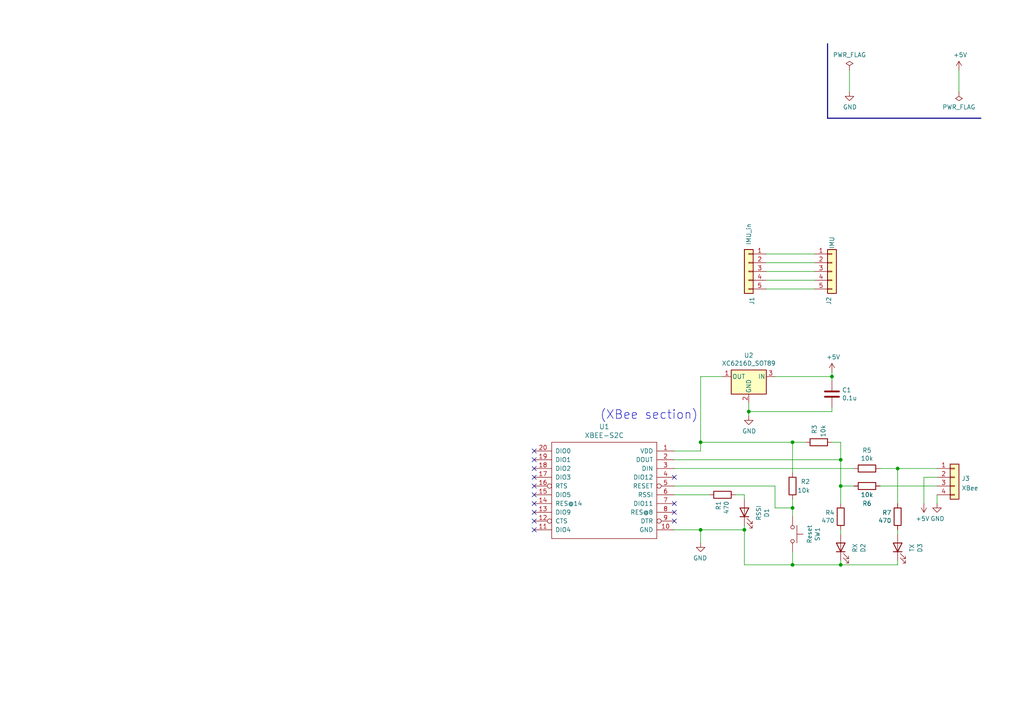
<source format=kicad_sch>
(kicad_sch (version 20211123) (generator eeschema)
  (paper "A4")
  (title_block (title "control board") (date "2021-11-06") (rev "V1.0") (company "Saeki.A"))
  (lib_symbols
    (symbol "0.main.mega:C" (pin_numbers hide) (pin_names (offset 0.254))
      (property "Reference" "C" (at 0.635 2.54 0))
      (property "Value" "0.main.mega_C" (at 0.635 -2.54 0))
      (symbol "C_0_1"
        (polyline (pts (xy -2.032 -0.762) (xy 2.032 -0.762)) (stroke (width 0.508)))
        (polyline (pts (xy -2.032 0.762) (xy 2.032 0.762)) (stroke (width 0.508)))
      )
      (symbol "C_1_1"
        (pin passive line (at 0 3.81 270) (length 2.794) (name "~") (number "1"))
        (pin passive line (at 0 -3.81 90) (length 2.794) (name "~") (number "2"))
      )
    )
    (symbol "0.main.robot.library:XBEE-S2C" (pin_names (offset 1.016))
      (property "Value" "0.main.robot.library_XBEE-S2C" (at -15.24 -17.78 0))
      (symbol "XBEE-S2C_1_0"
        (polyline (pts (xy -15.24 -15.24) (xy -15.24 12.7)))
        (polyline (pts (xy -15.24 12.7) (xy 15.24 12.7)))
        (polyline (pts (xy 15.24 -15.24) (xy -15.24 -15.24)))
        (polyline (pts (xy 15.24 12.7) (xy 15.24 -15.24)))
        (pin power_in line (at -20.32 10.16 0) (length 5.08) (name "VDD") (number "1"))
        (pin power_in line (at -20.32 -12.7 0) (length 5.08) (name "GND") (number "10"))
        (pin bidirectional line (at 20.32 -12.7 180) (length 5.08) (name "DIO4") (number "11"))
        (pin output inverted (at 20.32 -10.16 180) (length 5.08) (name "CTS") (number "12"))
        (pin bidirectional line (at 20.32 -7.62 180) (length 5.08) (name "DIO9") (number "13"))
        (pin bidirectional line (at 20.32 -5.08 180) (length 5.08) (name "RES@14") (number "14"))
        (pin bidirectional line (at 20.32 -2.54 180) (length 5.08) (name "DIO5") (number "15"))
        (pin input inverted (at 20.32 0 180) (length 5.08) (name "RTS") (number "16"))
        (pin bidirectional line (at 20.32 2.54 180) (length 5.08) (name "DIO3") (number "17"))
        (pin bidirectional line (at 20.32 5.08 180) (length 5.08) (name "DIO2") (number "18"))
        (pin bidirectional line (at 20.32 7.62 180) (length 5.08) (name "DIO1") (number "19"))
        (pin output line (at -20.32 7.62 0) (length 5.08) (name "DOUT") (number "2"))
        (pin bidirectional line (at 20.32 10.16 180) (length 5.08) (name "DIO0") (number "20"))
        (pin input line (at -20.32 5.08 0) (length 5.08) (name "DIN") (number "3"))
        (pin bidirectional line (at -20.32 2.54 0) (length 5.08) (name "DIO12") (number "4"))
        (pin input inverted (at -20.32 0 0) (length 5.08) (name "RESET") (number "5"))
        (pin bidirectional line (at -20.32 -2.54 0) (length 5.08) (name "RSSI") (number "6"))
        (pin bidirectional line (at -20.32 -5.08 0) (length 5.08) (name "DIO11") (number "7"))
        (pin bidirectional line (at -20.32 -7.62 0) (length 5.08) (name "RES@8") (number "8"))
        (pin bidirectional inverted (at -20.32 -10.16 0) (length 5.08) (name "DTR") (number "9"))
      )
    )
    (symbol "Connector_Generic:Conn_01x04" (pin_names (offset 1.016) hide)
      (property "Reference" "J" (at 0 5.08 0))
      (property "Value" "Conn_01x04" (at 0 -7.62 0))
      (symbol "Conn_01x04_1_1"
        (rectangle (start -1.27 -4.953) (end 0 -5.207) (stroke (width 0.1524)))
        (rectangle (start -1.27 -2.413) (end 0 -2.667) (stroke (width 0.1524)))
        (rectangle (start -1.27 0.127) (end 0 -0.127) (stroke (width 0.1524)))
        (rectangle (start -1.27 2.667) (end 0 2.413) (stroke (width 0.1524)))
        (rectangle (start -1.27 3.81) (end 1.27 -6.35) (stroke (width 0.254)) (fill (type background)))
        (pin passive line (at -5.08 2.54 0) (length 3.81) (name "Pin_1") (number "1"))
        (pin passive line (at -5.08 0 0) (length 3.81) (name "Pin_2") (number "2"))
        (pin passive line (at -5.08 -2.54 0) (length 3.81) (name "Pin_3") (number "3"))
        (pin passive line (at -5.08 -5.08 0) (length 3.81) (name "Pin_4") (number "4"))
      )
    )
    (symbol "Connector_Generic:Conn_01x05" (pin_names (offset 1.016) hide)
      (property "Reference" "J" (at 0 7.62 0))
      (property "Value" "Conn_01x05" (at 0 -7.62 0))
      (symbol "Conn_01x05_1_1"
        (rectangle (start -1.27 -4.953) (end 0 -5.207) (stroke (width 0.1524)))
        (rectangle (start -1.27 -2.413) (end 0 -2.667) (stroke (width 0.1524)))
        (rectangle (start -1.27 0.127) (end 0 -0.127) (stroke (width 0.1524)))
        (rectangle (start -1.27 2.667) (end 0 2.413) (stroke (width 0.1524)))
        (rectangle (start -1.27 5.207) (end 0 4.953) (stroke (width 0.1524)))
        (rectangle (start -1.27 6.35) (end 1.27 -6.35) (stroke (width 0.254)) (fill (type background)))
        (pin passive line (at -5.08 5.08 0) (length 3.81) (name "Pin_1") (number "1"))
        (pin passive line (at -5.08 2.54 0) (length 3.81) (name "Pin_2") (number "2"))
        (pin passive line (at -5.08 0 0) (length 3.81) (name "Pin_3") (number "3"))
        (pin passive line (at -5.08 -2.54 0) (length 3.81) (name "Pin_4") (number "4"))
        (pin passive line (at -5.08 -5.08 0) (length 3.81) (name "Pin_5") (number "5"))
      )
    )
    (symbol "Device:LED" (pin_numbers hide) (pin_names (offset 1.016) hide)
      (property "Reference" "D" (at 0 2.54 0))
      (property "Value" "LED" (at 0 -2.54 0))
      (symbol "LED_0_1"
        (polyline (pts (xy -1.27 -1.27) (xy -1.27 1.27)) (stroke (width 0.254)))
        (polyline (pts (xy -1.27 0) (xy 1.27 0)))
        (polyline (pts (xy 1.27 -1.27) (xy 1.27 1.27) (xy -1.27 0) (xy 1.27 -1.27)) (stroke (width 0.254)))
        (polyline (pts (xy -3.048 -0.762) (xy -4.572 -2.286) (xy -3.81 -2.286) (xy -4.572 -2.286) (xy -4.572 -1.524)))
        (polyline (pts (xy -1.778 -0.762) (xy -3.302 -2.286) (xy -2.54 -2.286) (xy -3.302 -2.286) (xy -3.302 -1.524)))
      )
      (symbol "LED_1_1"
        (pin passive line (at -3.81 0 0) (length 2.54) (name "K") (number "1"))
        (pin passive line (at 3.81 0 180) (length 2.54) (name "A") (number "2"))
      )
    )
    (symbol "Device:R" (pin_numbers hide) (pin_names (offset 0))
      (property "Reference" "R" (at 2.032 0 90))
      (property "Value" "R" (at 0 0 90))
      (symbol "R_0_1"
        (rectangle (start -1.016 -2.54) (end 1.016 2.54) (stroke (width 0.254)))
      )
      (symbol "R_1_1"
        (pin passive line (at 0 3.81 270) (length 1.27) (name "~") (number "1"))
        (pin passive line (at 0 -3.81 90) (length 1.27) (name "~") (number "2"))
      )
    )
    (symbol "Regulator_Linear:XC6216D_SOT89" (pin_names (offset 0.254))
      (property "Reference" "U" (at -3.81 3.175 0))
      (property "Value" "Regulator_Linear_XC6216D_SOT89" (at -0.635 3.175 0))
      (symbol "XC6216D_SOT89_0_1"
        (rectangle (start -5.08 1.905) (end 5.08 -5.08) (stroke (width 0.254)) (fill (type background)))
      )
      (symbol "XC6216D_SOT89_1_1"
        (pin power_out line (at 7.62 0 180) (length 2.54) (name "OUT") (number "1"))
        (pin power_in line (at 0 -7.62 90) (length 2.54) (name "GND") (number "2"))
        (pin power_in line (at -7.62 0 0) (length 2.54) (name "IN") (number "3"))
      )
    )
    (symbol "Switch:SW_Push" (pin_numbers hide) (pin_names (offset 1.016) hide)
      (property "Reference" "SW" (at 1.27 2.54 0))
      (property "Value" "SW_Push" (at 0 -1.524 0))
      (symbol "SW_Push_0_1"
        (circle (center -2.032 0) (radius 0.508))
        (polyline (pts (xy 0 1.27) (xy 0 3.048)))
        (polyline (pts (xy 2.54 1.27) (xy -2.54 1.27)))
        (circle (center 2.032 0) (radius 0.508))
        (pin passive line (at -5.08 0 0) (length 2.54) (name "1") (number "1"))
        (pin passive line (at 5.08 0 180) (length 2.54) (name "2") (number "2"))
      )
    )
    (symbol "power:+5V" (power) (pin_names (offset 0))
      (property "Value" "+5V" (at 0 3.556 0))
      (symbol "+5V_0_1"
        (polyline (pts (xy -0.762 1.27) (xy 0 2.54)))
        (polyline (pts (xy 0 0) (xy 0 2.54)))
        (polyline (pts (xy 0 2.54) (xy 0.762 1.27)))
      )
      (symbol "+5V_1_1"
        (pin power_in line (at 0 0 90) (length 0) hide (name "+5V") (number "1"))
      )
    )
    (symbol "power:GND" (power) (pin_names (offset 0))
      (property "Value" "GND" (at 0 -3.81 0))
      (symbol "GND_0_1"
        (polyline (pts (xy 0 0) (xy 0 -1.27) (xy 1.27 -1.27) (xy 0 -2.54) (xy -1.27 -1.27) (xy 0 -1.27)))
      )
      (symbol "GND_1_1"
        (pin power_in line (at 0 0 270) (length 0) hide (name "GND") (number "1"))
      )
    )
    (symbol "power:PWR_FLAG" (power) (pin_numbers hide) (pin_names (offset 0) hide)
      (property "Value" "PWR_FLAG" (at 0 3.81 0))
      (symbol "PWR_FLAG_0_0"
        (pin power_out line (at 0 0 90) (length 0) (name "pwr") (number "1"))
      )
      (symbol "PWR_FLAG_0_1"
        (polyline (pts (xy 0 0) (xy 0 1.27) (xy -1.016 1.905) (xy 0 2.54) (xy 1.016 1.905) (xy 0 1.27)))
      )
    )
  )
  (junction (at 260.35 135.89))
  (junction (at 243.84 163.83))
  (junction (at 229.87 163.83))
  (junction (at 243.84 140.97))
  (junction (at 241.3 109.22))
  (junction (at 203.2 128.27))
  (junction (at 203.2 153.67))
  (junction (at 217.17 119.38))
  (junction (at 215.9 153.67))
  (junction (at 229.87 128.27))
  (junction (at 229.87 147.32))
  (junction (at 243.84 133.35))
  (no_connect (at 154.94 130.81))
  (no_connect (at 154.94 133.35))
  (no_connect (at 154.94 135.89))
  (no_connect (at 154.94 138.43))
  (no_connect (at 154.94 140.97))
  (no_connect (at 154.94 143.51))
  (no_connect (at 154.94 146.05))
  (no_connect (at 154.94 148.59))
  (no_connect (at 154.94 151.13))
  (no_connect (at 154.94 153.67))
  (no_connect (at 195.58 151.13))
  (no_connect (at 195.58 148.59))
  (no_connect (at 195.58 146.05))
  (no_connect (at 195.58 138.43))
  (wire (pts (xy 243.84 162.56) (xy 243.84 163.83)))
  (wire (pts (xy 241.3 109.22) (xy 241.3 110.49)))
  (wire (pts (xy 203.2 128.27) (xy 203.2 130.81)))
  (wire (pts (xy 260.35 162.56) (xy 260.35 163.83)))
  (wire (pts (xy 241.3 128.27) (xy 243.84 128.27)))
  (wire (pts (xy 243.84 128.27) (xy 243.84 133.35)))
  (wire (pts (xy 233.68 128.27) (xy 229.87 128.27)))
  (wire (pts (xy 229.87 128.27) (xy 203.2 128.27)))
  (wire (pts (xy 271.78 146.05) (xy 271.78 143.51)))
  (wire (pts (xy 229.87 163.83) (xy 215.9 163.83)))
  (wire (pts (xy 229.87 160.02) (xy 229.87 163.83)))
  (bus (pts (xy 240.03 12.7) (xy 240.03 34.29)))
  (wire (pts (xy 260.35 135.89) (xy 260.35 146.05)))
  (wire (pts (xy 241.3 118.11) (xy 241.3 119.38)))
  (wire (pts (xy 222.25 81.28) (xy 236.22 81.28)))
  (wire (pts (xy 255.27 140.97) (xy 271.78 140.97)))
  (wire (pts (xy 224.79 109.22) (xy 241.3 109.22)))
  (wire (pts (xy 195.58 135.89) (xy 247.65 135.89)))
  (wire (pts (xy 215.9 153.67) (xy 203.2 153.67)))
  (wire (pts (xy 222.25 73.66) (xy 236.22 73.66)))
  (bus (pts (xy 240.03 34.29) (xy 284.48 34.29)))
  (wire (pts (xy 260.35 135.89) (xy 255.27 135.89)))
  (wire (pts (xy 203.2 109.22) (xy 203.2 128.27)))
  (wire (pts (xy 203.2 153.67) (xy 203.2 157.48)))
  (wire (pts (xy 217.17 119.38) (xy 217.17 120.65)))
  (wire (pts (xy 243.84 133.35) (xy 243.84 140.97)))
  (wire (pts (xy 241.3 109.22) (xy 241.3 107.95)))
  (wire (pts (xy 243.84 163.83) (xy 229.87 163.83)))
  (wire (pts (xy 195.58 140.97) (xy 224.79 140.97)))
  (wire (pts (xy 243.84 153.67) (xy 243.84 154.94)))
  (wire (pts (xy 229.87 147.32) (xy 229.87 149.86)))
  (wire (pts (xy 260.35 135.89) (xy 271.78 135.89)))
  (wire (pts (xy 215.9 163.83) (xy 215.9 153.67)))
  (wire (pts (xy 246.38 20.32) (xy 246.38 26.67)))
  (wire (pts (xy 195.58 143.51) (xy 205.74 143.51)))
  (wire (pts (xy 213.36 143.51) (xy 215.9 143.51)))
  (wire (pts (xy 209.55 109.22) (xy 203.2 109.22)))
  (wire (pts (xy 243.84 140.97) (xy 247.65 140.97)))
  (wire (pts (xy 241.3 119.38) (xy 217.17 119.38)))
  (wire (pts (xy 229.87 144.78) (xy 229.87 147.32)))
  (wire (pts (xy 215.9 143.51) (xy 215.9 144.78)))
  (wire (pts (xy 278.13 20.32) (xy 278.13 26.67)))
  (wire (pts (xy 195.58 153.67) (xy 203.2 153.67)))
  (wire (pts (xy 260.35 163.83) (xy 243.84 163.83)))
  (wire (pts (xy 222.25 76.2) (xy 236.22 76.2)))
  (wire (pts (xy 229.87 128.27) (xy 229.87 137.16)))
  (wire (pts (xy 195.58 133.35) (xy 243.84 133.35)))
  (wire (pts (xy 217.17 116.84) (xy 217.17 119.38)))
  (wire (pts (xy 222.25 83.82) (xy 236.22 83.82)))
  (wire (pts (xy 271.78 138.43) (xy 267.97 138.43)))
  (wire (pts (xy 224.79 147.32) (xy 229.87 147.32)))
  (wire (pts (xy 215.9 152.4) (xy 215.9 153.67)))
  (wire (pts (xy 222.25 78.74) (xy 236.22 78.74)))
  (wire (pts (xy 243.84 140.97) (xy 243.84 146.05)))
  (wire (pts (xy 267.97 138.43) (xy 267.97 146.05)))
  (wire (pts (xy 195.58 130.81) (xy 203.2 130.81)))
  (wire (pts (xy 224.79 140.97) (xy 224.79 147.32)))
  (wire (pts (xy 260.35 153.67) (xy 260.35 154.94)))
  (text "(XBee section)" (at 173.99 121.92 0) (effects (font (size 2.54 2.54)) (justify left bottom)))
  (symbol (lib_id "Connector_Generic:Conn_01x05") (at 241.3 78.74 0) (unit 1)
    (property "Reference" "J2" (at 240.3856 86.0552 90) (effects (justify right)))
    (property "Value" "IMU" (at 241.3 68.58 90) (effects (justify right)))
    (property "Footprint" "Connector_PinSocket_2.54mm:PinSocket_1x05_P2.54mm_Vertical" (effects hide))
  )
  (symbol (lib_id "power:PWR_FLAG") (at 278.13 26.67 180) (unit 1)
    (property "Reference" "#FLG0102" (effects hide))
    (property "Value" "PWR_FLAG" (at 278.13 31.0642 0))
  )
  (symbol (lib_id "power:GND") (at 217.17 120.65 0) (unit 1)
    (property "Reference" "#PWR0101" (effects hide))
    (property "Value" "GND" (at 217.297 125.0442 0))
  )
  (symbol (lib_id "power:GND") (at 271.78 146.05 0) (unit 1)
    (property "Reference" "#PWR0102" (effects hide))
    (property "Value" "GND" (at 271.907 150.4442 0))
  )
  (symbol (lib_id "Device:R") (at 251.46 140.97 90) (mirror x) (unit 1)
    (property "Reference" "R6" (at 251.46 146.05 90))
    (property "Value" "10k" (at 251.46 143.51 90))
    (property "Footprint" "Resistor_SMD:R_0603_1608Metric_Pad0.98x0.95mm_HandSolder" (effects hide))
  )
  (symbol (lib_id "Device:R") (at 251.46 135.89 90) (mirror x) (unit 1)
    (property "Reference" "R5" (at 251.46 130.6322 90))
    (property "Value" "10k" (at 251.46 132.9436 90))
    (property "Footprint" "Resistor_SMD:R_0603_1608Metric_Pad0.98x0.95mm_HandSolder" (effects hide))
  )
  (symbol (lib_id "Connector_Generic:Conn_01x05") (at 217.17 78.74 0) (mirror y) (unit 1)
    (property "Reference" "J1" (at 218.0844 86.0552 90) (effects (justify right)))
    (property "Value" "IMU_in" (at 217.17 64.77 90) (effects (justify right)))
    (property "Footprint" "Connector_PinHeader_1.27mm:PinHeader_1x05_P1.27mm_Vertical" (effects hide))
  )
  (symbol (lib_id "power:+5V") (at 267.97 146.05 180) (unit 1)
    (property "Reference" "#PWR0103" (effects hide))
    (property "Value" "+5V" (at 267.589 150.4442 0))
  )
  (symbol (lib_id "Device:R") (at 260.35 149.86 0) (mirror y) (unit 1)
    (property "Reference" "R7" (at 258.572 148.6916 0) (effects (justify left)))
    (property "Value" "470" (at 258.572 151.003 0) (effects (justify left)))
    (property "Footprint" "Resistor_SMD:R_0603_1608Metric_Pad0.98x0.95mm_HandSolder" (effects hide))
  )
  (symbol (lib_id "power:GND") (at 203.2 157.48 0) (mirror y) (unit 1)
    (property "Reference" "#PWR0104" (effects hide))
    (property "Value" "GND" (at 203.073 161.8742 0))
  )
  (symbol (lib_id "Device:LED") (at 260.35 158.75 90) (unit 1)
    (property "Reference" "D3" (at 266.827 158.9278 0))
    (property "Value" "TX" (at 264.5156 158.9278 0))
    (property "Footprint" "LED_SMD:LED_0603_1608Metric_Pad1.05x0.95mm_HandSolder" (effects hide))
  )
  (symbol (lib_id "Device:R") (at 209.55 143.51 90) (mirror x) (unit 1)
    (property "Reference" "R1" (at 208.3816 145.288 0) (effects (justify left)))
    (property "Value" "470" (at 210.693 145.288 0) (effects (justify left)))
    (property "Footprint" "Resistor_SMD:R_0603_1608Metric_Pad0.98x0.95mm_HandSolder" (effects hide))
  )
  (symbol (lib_id "Device:R") (at 229.87 140.97 0) (mirror y) (unit 1)
    (property "Reference" "R2" (at 234.95 139.7 0) (effects (justify left)))
    (property "Value" "10k" (at 234.95 142.24 0) (effects (justify left)))
    (property "Footprint" "Resistor_SMD:R_0603_1608Metric_Pad0.98x0.95mm_HandSolder" (effects hide))
  )
  (symbol (lib_id "Regulator_Linear:XC6216D_SOT89") (at 217.17 109.22 0) (mirror y) (unit 1)
    (property "Reference" "U2" (at 217.17 103.0732 0))
    (property "Value" "XC6216D_SOT89" (at 217.17 105.3846 0))
    (property "Footprint" "Package_TO_SOT_SMD:SOT-89-3" (effects hide))
  )
  (symbol (lib_id "Switch:SW_Push") (at 229.87 154.94 270) (unit 1)
    (property "Reference" "SW1" (at 237.109 154.94 0))
    (property "Value" "Reset" (at 234.7976 154.94 0))
    (property "Footprint" "0.main.robot:THAU13-AB-R" (effects hide))
  )
  (symbol (lib_id "power:+5V") (at 278.13 20.32 0) (unit 1)
    (property "Reference" "#PWR0108" (effects hide))
    (property "Value" "+5V" (at 278.511 15.9258 0))
  )
  (symbol (lib_id "Connector_Generic:Conn_01x04") (at 276.86 138.43 0) (unit 1)
    (property "Reference" "J3" (at 278.892 138.7915 0) (effects (justify left)))
    (property "Value" "XBee" (at 278.892 141.5666 0) (effects (justify left)))
    (property "Footprint" "Connector_PinSocket_2.54mm:PinSocket_1x04_P2.54mm_Vertical" (effects hide))
  )
  (symbol (lib_id "Device:R") (at 237.49 128.27 90) (mirror x) (unit 1)
    (property "Reference" "R3" (at 236.22 123.19 0) (effects (justify left)))
    (property "Value" "10k" (at 238.76 123.19 0) (effects (justify left)))
    (property "Footprint" "Resistor_SMD:R_0603_1608Metric_Pad0.98x0.95mm_HandSolder" (effects hide))
  )
  (symbol (lib_id "Device:LED") (at 243.84 158.75 90) (unit 1)
    (property "Reference" "D2" (at 250.317 158.9278 0))
    (property "Value" "RX" (at 248.0056 158.9278 0))
    (property "Footprint" "LED_SMD:LED_0603_1608Metric_Pad1.05x0.95mm_HandSolder" (effects hide))
  )
  (symbol (lib_id "power:GND") (at 246.38 26.67 0) (unit 1)
    (property "Reference" "#PWR0107" (effects hide))
    (property "Value" "GND" (at 246.507 31.0642 0))
  )
  (symbol (lib_id "Device:R") (at 243.84 149.86 0) (mirror y) (unit 1)
    (property "Reference" "R4" (at 242.062 148.6916 0) (effects (justify left)))
    (property "Value" "470" (at 242.062 151.003 0) (effects (justify left)))
    (property "Footprint" "Resistor_SMD:R_0603_1608Metric_Pad0.98x0.95mm_HandSolder" (effects hide))
  )
  (symbol (lib_id "power:+5V") (at 241.3 107.95 0) (unit 1)
    (property "Reference" "#PWR0106" (effects hide))
    (property "Value" "+5V" (at 241.681 103.5558 0))
  )
  (symbol (lib_id "power:PWR_FLAG") (at 246.38 20.32 0) (unit 1)
    (property "Reference" "#FLG0101" (effects hide))
    (property "Value" "PWR_FLAG" (at 246.38 15.9258 0))
  )
  (symbol (lib_id "0.main.mega:C") (at 241.3 114.3 0) (unit 1)
    (property "Reference" "C1" (at 244.221 113.1316 0) (effects (justify left)))
    (property "Value" "0.1u" (at 244.221 115.443 0) (effects (justify left)))
    (property "Footprint" "Capacitor_SMD:C_0603_1608Metric_Pad1.08x0.95mm_HandSolder" (effects hide))
  )
  (symbol (lib_id "0.main.robot.library:XBEE-S2C") (at 175.26 140.97 0) (mirror y) (unit 1)
    (property "Reference" "U1" (at 175.26 123.7488 0) (effects (font (size 1.4224 1.4224))))
    (property "Value" "XBEE-S2C" (at 175.26 126.2888 0) (effects (font (size 1.4224 1.4224))))
    (property "Footprint" "0.main.robot:XBEE-S2C" (effects hide))
  )
  (symbol (lib_id "Device:LED") (at 215.9 148.59 90) (unit 1)
    (property "Reference" "D1" (at 222.377 148.7678 0))
    (property "Value" "RSSI" (at 220.0656 148.7678 0))
    (property "Footprint" "LED_SMD:LED_0603_1608Metric_Pad1.05x0.95mm_HandSolder" (effects hide))
  )
)
</source>
